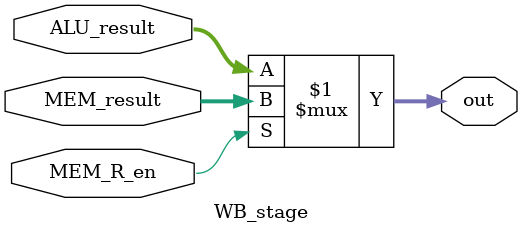
<source format=v>
module WB_stage(input [31:0] MEM_result, ALU_result, 
input MEM_R_en, output [31:0] out);

assign out = MEM_R_en ? MEM_result : ALU_result;

endmodule
</source>
